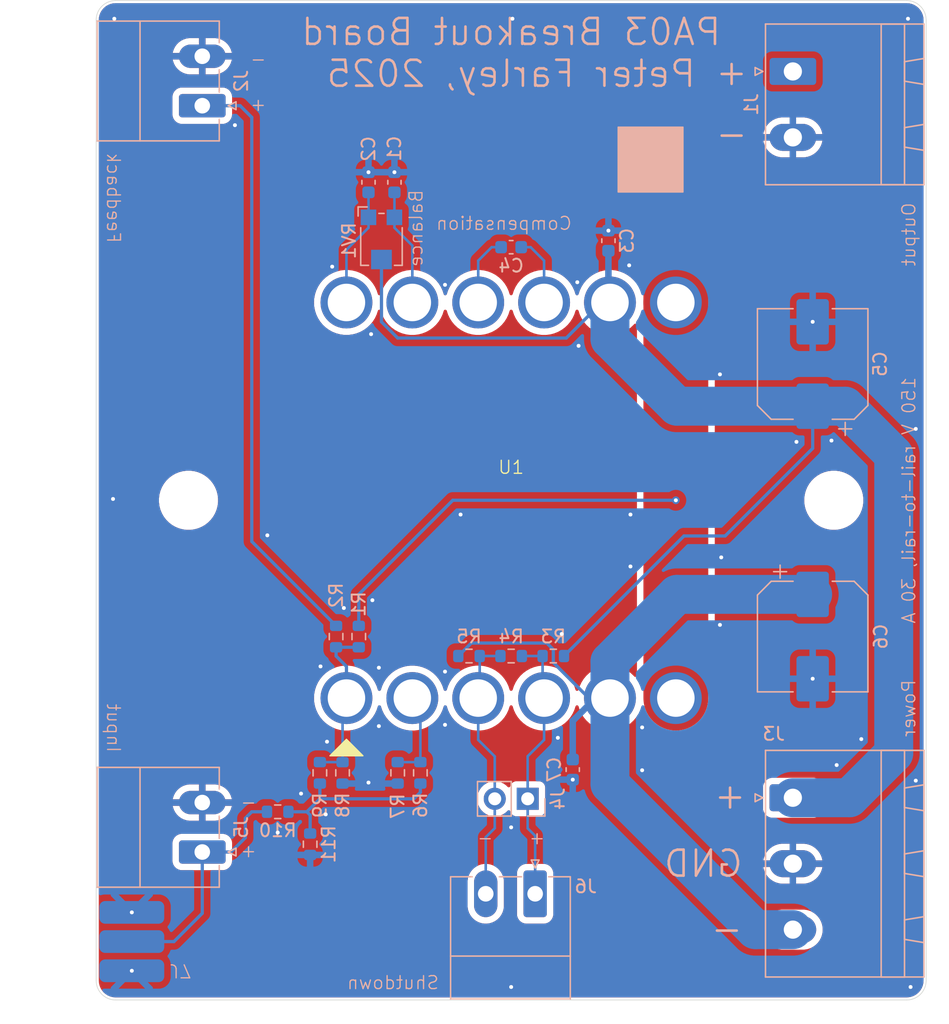
<source format=kicad_pcb>
(kicad_pcb (version 20240108) (generator "pcbnew") (generator_version "8.0")
  (title_block (title "PA03 Breakout Board") (date "2024-12-31") (rev "v1.0") (company "Peter Farley"))
  (layers (0 "F.Cu" signal) (31 "B.Cu" signal) (34 "B.Paste" user) (35 "F.Paste" user) (36 "B.SilkS" user "B.Silkscreen") (37 "F.SilkS" user "F.Silkscreen") (38 "B.Mask" user) (39 "F.Mask" user) (44 "Edge.Cuts" user))
  (net 0 "")
  (net 1 "GND")
  (net 2 "+VDC")
  (net 3 "-VDC")
  (net 4 "Net-(C5-Pad2)")
  (net 5 "Net-(C5-Pad1)")
  (net 6 "Net-(C6-Pad2)")
  (net 7 "Net-(C7-Pad2)")
  (net 8 "Net-(J1-Pin_1)")
  (net 9 "Net-(J1-Pin_2)")
  (net 10 "/OUT")
  (net 11 "/IN-")
  (net 12 "Net-(R10-Pad2)")
  (net 13 "/IN+")
  (net 14 "Net-(J2-In)")
  (net 15 "Net-(J7-Pin_1)")
  (footprint "Library:PA03" (layer "F.Cu") (at 148 77)
    (property "Reference" "U1" (at 0 -2.54 0) (layer "F.SilkS") (effects (font (thickness 0.1))))
    (property "Value" "PA03")
    (fp_poly (pts (xy -12.7 18.415) (xy -13.97 19.685) (xy -11.43 19.685)) (stroke (width 0.1)) (fill solid) (layer "F.SilkS"))
    (pad "" np_thru_hole circle (at -24.88 0) (size 4 4) (drill 4) (layers "F&B.Cu" "*.Mask"))
    (pad "" np_thru_hole circle (at 24.88 0) (size 4 4) (drill 4) (layers "F&B.Cu" "*.Mask"))
    (pad "1" thru_hole circle (at -12.7 15.24 90) (size 4 4) (drill 2.89) (layers "*.Cu" "*.Mask") (net 11 "/IN-"))
    (pad "2" thru_hole circle (at -7.62 15.24 90) (size 4 4) (drill 2.89) (layers "*.Cu" "*.Mask") (net 13 "/IN+"))
    (pad "3" thru_hole circle (at -2.54 15.24 90) (size 4 4) (drill 2.89) (layers "*.Cu" "*.Mask") (net 9 "Net-(J1-Pin_2)"))
    (pad "4" thru_hole circle (at 2.54 15.24 90) (size 4 4) (drill 2.89) (layers "*.Cu" "*.Mask") (net 8 "Net-(J1-Pin_1)"))
    (pad "5" thru_hole circle (at 7.62 15.24 90) (size 4 4) (drill 2.89) (layers "*.Cu" "*.Mask") (net 3 "-VDC"))
    (pad "6" thru_hole circle (at 12.7 15.24 90) (size 4 4) (drill 2.89) (layers "*.Cu" "*.Mask") (net 10 "/OUT"))
    (pad "7" thru_hole circle (at 12.7 -15.24 90) (size 4 4) (drill 2.89) (layers "*.Cu" "*.Mask") (net 10 "/OUT"))
    (pad "8" thru_hole circle (at 7.62 -15.24 90) (size 4 4) (drill 2.89) (layers "*.Cu" "*.Mask") (net 2 "+VDC"))
    (pad "9" thru_hole circle (at 2.54 -15.24 90) (size 4 4) (drill 2.89) (layers "*.Cu" "*.Mask") (net 4 "Net-(C5-Pad2)"))
    (pad "10" thru_hole circle (at -2.54 -15.24 90) (size 4 4) (drill 2.89) (layers "*.Cu" "*.Mask") (net 5 "Net-(C5-Pad1)"))
    (pad "11" thru_hole circle (at -7.62 -15.24 90) (size 4 4) (drill 2.89) (layers "*.Cu" "*.Mask") (net 7 "Net-(C7-Pad2)"))
    (pad "12" thru_hole circle (at -12.7 -15.24 90) (size 4 4) (drill 2.89) (layers "*.Cu" "*.Mask") (net 6 "Net-(C6-Pad2)"))
  )
  (footprint "Connector_Phoenix_MC:PhoenixContact_MC_1,5_2-G-3.81_1x02_P3.81mm_Horizontal" (layer "B.Cu") (at 124.1825 46.6 90)
    (property "Reference" "J2" (at 1.9 3 90) (layer "B.SilkS") (effects (justify mirror)))
    (property "Value" "Conn_01x02_Pin")
    (fp_line (start 6.52 -8.11) (end -2.71 -8.11) (stroke (width 0.12)) (layer "B.SilkS"))
    (fp_line (start -2.71 -8.11) (end -2.71 1.31) (stroke (width 0.12)) (layer "B.SilkS"))
    (fp_line (start 6.52 -4.8) (end -2.71 -4.8) (stroke (width 0.12)) (layer "B.SilkS"))
    (fp_line (start 6.52 1.31) (end 6.52 -8.11) (stroke (width 0.12)) (layer "B.SilkS"))
    (fp_line (start 4.86 1.31) (end 6.52 1.31) (stroke (width 0.12)) (layer "B.SilkS"))
    (fp_line (start 2.76 1.31) (end 1.05 1.31) (stroke (width 0.12)) (layer "B.SilkS"))
    (fp_line (start -1.05 1.31) (end -2.71 1.31) (stroke (width 0.12)) (layer "B.SilkS"))
    (fp_line (start 0 2) (end 0.3 2.6) (stroke (width 0.12)) (layer "B.SilkS"))
    (fp_line (start 0.3 2.6) (end -0.3 2.6) (stroke (width 0.12)) (layer "B.SilkS"))
    (fp_line (start -0.3 2.6) (end 0 2) (stroke (width 0.12)) (layer "B.SilkS"))
    (pad "1" thru_hole roundrect (at 0 0 90) (size 1.8 3.6) (drill 1.2) (layers "*.Cu" "*.Mask") (roundrect_rratio 0.138889) (net 15 "Net-(J7-Pin_1)"))
    (pad "2" thru_hole oval (at 3.81 0 90) (size 1.8 3.6) (drill 1.2) (layers "*.Cu" "*.Mask") (net 1 "GND"))
  )
  (footprint "Resistor_SMD:R_0603_1608Metric" (layer "B.Cu") (at 135 98 90)
    (property "Reference" "R8" (at -2.5 0 90) (layer "B.SilkS") (effects (justify mirror)))
    (property "Value" "~")
    (fp_line (start 0.237258 -0.5225) (end -0.237258 -0.5225) (stroke (width 0.12)) (layer "B.SilkS"))
    (fp_line (start 0.237258 0.5225) (end -0.237258 0.5225) (stroke (width 0.12)) (layer "B.SilkS"))
    (pad "1" smd roundrect (at -0.825 0 90) (size 0.8 0.95) (layers "B.Cu" "B.Paste" "B.Mask") (net 1 "GND"))
    (pad "2" smd roundrect (at 0.825 0 90) (size 0.8 0.95) (layers "B.Cu" "B.Paste" "B.Mask") (net 11 "/IN-"))
  )
  (footprint "Resistor_SMD:R_0603_1608Metric" (layer "B.Cu") (at 141 98 90)
    (property "Reference" "R6" (at -2.5 0 90) (layer "B.SilkS") (effects (justify mirror)))
    (property "Value" "~")
    (fp_line (start 0.237258 -0.5225) (end -0.237258 -0.5225) (stroke (width 0.12)) (layer "B.SilkS"))
    (fp_line (start 0.237258 0.5225) (end -0.237258 0.5225) (stroke (width 0.12)) (layer "B.SilkS"))
    (pad "1" smd roundrect (at -0.825 0 90) (size 0.8 0.95) (layers "B.Cu" "B.Paste" "B.Mask") (net 12 "Net-(R10-Pad2)"))
    (pad "2" smd roundrect (at 0.825 0 90) (size 0.8 0.95) (layers "B.Cu" "B.Paste" "B.Mask") (net 13 "/IN+"))
  )
  (footprint "Capacitor_SMD:C_0603_1608Metric" (layer "B.Cu") (at 137 52.5 -90)
    (property "Reference" "C2" (at -1.5 0 90) (layer "B.SilkS") (effects (justify right mirror)))
    (property "Value" "10n")
    (fp_line (start 0.14058 0.51) (end -0.14058 0.51) (stroke (width 0.12)) (layer "B.SilkS"))
    (fp_line (start 0.14058 -0.51) (end -0.14058 -0.51) (stroke (width 0.12)) (layer "B.SilkS"))
    (pad "1" smd roundrect (at -0.775 0 270) (size 0.9 0.95) (layers "B.Cu" "B.Paste" "B.Mask") (net 1 "GND"))
    (pad "2" smd roundrect (at 0.775 0 270) (size 0.9 0.95) (layers "B.Cu" "B.Paste" "B.Mask") (net 6 "Net-(C6-Pad2)"))
  )
  (footprint "Resistor_SMD:R_0603_1608Metric" (layer "B.Cu") (at 144.75 89)
    (property "Reference" "R5" (at 0 -1.5 0) (layer "B.SilkS") (effects (justify mirror)))
    (property "Value" "~")
    (fp_line (start 0.237258 -0.5225) (end -0.237258 -0.5225) (stroke (width 0.12)) (layer "B.SilkS"))
    (fp_line (start 0.237258 0.5225) (end -0.237258 0.5225) (stroke (width 0.12)) (layer "B.SilkS"))
    (pad "1" smd roundrect (at -0.825 0) (size 0.8 0.95) (layers "B.Cu" "B.Paste" "B.Mask") (net 3 "-VDC"))
    (pad "2" smd roundrect (at 0.825 0) (size 0.8 0.95) (layers "B.Cu" "B.Paste" "B.Mask") (net 9 "Net-(J1-Pin_2)"))
  )
  (footprint "Resistor_SMD:R_0603_1608Metric" (layer "B.Cu") (at 134.5 87.5 90)
    (property "Reference" "R2" (at 3.175 0 90) (layer "B.SilkS") (effects (justify mirror)))
    (property "Value" "~")
    (fp_line (start 0.237258 -0.5225) (end -0.237258 -0.5225) (stroke (width 0.12)) (layer "B.SilkS"))
    (fp_line (start 0.237258 0.5225) (end -0.237258 0.5225) (stroke (width 0.12)) (layer "B.SilkS"))
    (pad "1" smd roundrect (at -0.825 0 90) (size 0.8 0.95) (layers "B.Cu" "B.Paste" "B.Mask") (net 11 "/IN-"))
    (pad "2" smd roundrect (at 0.825 0 90) (size 0.8 0.95) (layers "B.Cu" "B.Paste" "B.Mask") (net 15 "Net-(J7-Pin_1)"))
  )
  (footprint "Resistor_SMD:R_0603_1608Metric" (layer "B.Cu") (at 132.5 103.5 90)
    (property "Reference" "R11" (at 0 1.43 90) (layer "B.SilkS") (effects (justify mirror)))
    (property "Value" "~")
    (fp_line (start 0.237258 -0.5225) (end -0.237258 -0.5225) (stroke (width 0.12)) (layer "B.SilkS"))
    (fp_line (start 0.237258 0.5225) (end -0.237258 0.5225) (stroke (width 0.12)) (layer "B.SilkS"))
    (pad "1" smd roundrect (at -0.825 0 90) (size 0.8 0.95) (layers "B.Cu" "B.Paste" "B.Mask") (net 1 "GND"))
    (pad "2" smd roundrect (at 0.825 0 90) (size 0.8 0.95) (layers "B.Cu" "B.Paste" "B.Mask") (net 12 "Net-(R10-Pad2)"))
  )
  (footprint "Resistor_SMD:R_0603_1608Metric" (layer "B.Cu") (at 151.25 89)
    (property "Reference" "R3" (at 0 -1.5 0) (layer "B.SilkS") (effects (justify mirror)))
    (property "Value" "~")
    (fp_line (start 0.237258 -0.5225) (end -0.237258 -0.5225) (stroke (width 0.12)) (layer "B.SilkS"))
    (fp_line (start 0.237258 0.5225) (end -0.237258 0.5225) (stroke (width 0.12)) (layer "B.SilkS"))
    (pad "1" smd roundrect (at -0.825 0) (size 0.8 0.95) (layers "B.Cu" "B.Paste" "B.Mask") (net 8 "Net-(J1-Pin_1)"))
    (pad "2" smd roundrect (at 0.825 0) (size 0.8 0.95) (layers "B.Cu" "B.Paste" "B.Mask") (net 2 "+VDC"))
  )
  (footprint "Connector_Phoenix_MC:PhoenixContact_MC_1,5_2-G-3.81_1x02_P3.81mm_Horizontal" (layer "B.Cu") (at 149.85 107.3175 180)
    (property "Reference" "J6" (at -3.9 0.5675 0) (layer "B.SilkS") (effects (justify mirror)))
    (property "Value" "Conn_01x02_Pin")
    (fp_line (start 6.52 1.31) (end 6.52 -8.11) (stroke (width 0.12)) (layer "B.SilkS"))
    (fp_line (start 6.52 -4.8) (end -2.71 -4.8) (stroke (width 0.12)) (layer "B.SilkS"))
    (fp_line (start 6.52 -8.11) (end -2.71 -8.11) (stroke (width 0.12)) (layer "B.SilkS"))
    (fp_line (start 4.86 1.31) (end 6.52 1.31) (stroke (width 0.12)) (layer "B.SilkS"))
    (fp_line (start 2.76 1.31) (end 1.05 1.31) (stroke (width 0.12)) (layer "B.SilkS"))
    (fp_line (start 0.3 2.6) (end -0.3 2.6) (stroke (width 0.12)) (layer "B.SilkS"))
    (fp_line (start 0 2) (end 0.3 2.6) (stroke (width 0.12)) (layer "B.SilkS"))
    (fp_line (start -0.3 2.6) (end 0 2) (stroke (width 0.12)) (layer "B.SilkS"))
    (fp_line (start -1.05 1.31) (end -2.71 1.31) (stroke (width 0.12)) (layer "B.SilkS"))
    (fp_line (start -2.71 -8.11) (end -2.71 1.31) (stroke (width 0.12)) (layer "B.SilkS"))
    (pad "1" thru_hole roundrect (at 0 0 180) (size 1.8 3.6) (drill 1.2) (layers "*.Cu" "*.Mask") (roundrect_rratio 0.138889) (net 8 "Net-(J1-Pin_1)"))
    (pad "2" thru_hole oval (at 3.81 0 180) (size 1.8 3.6) (drill 1.2) (layers "*.Cu" "*.Mask") (net 9 "Net-(J1-Pin_2)"))
  )
  (footprint "Capacitor_SMD:C_0603_1608Metric" (layer "B.Cu") (at 139 52.5 -90)
    (property "Reference" "C1" (at -1.525 0 90) (layer "B.SilkS") (effects (justify right mirror)))
    (property "Value" "10n")
    (fp_line (start 0.14058 0.51) (end -0.14058 0.51) (stroke (width 0.12)) (layer "B.SilkS"))
    (fp_line (start 0.14058 -0.51) (end -0.14058 -0.51) (stroke (width 0.12)) (layer "B.SilkS"))
    (pad "1" smd roundrect (at -0.775 0 270) (size 0.9 0.95) (layers "B.Cu" "B.Paste" "B.Mask") (net 1 "GND"))
    (pad "2" smd roundrect (at 0.775 0 270) (size 0.9 0.95) (layers "B.Cu" "B.Paste" "B.Mask") (net 7 "Net-(C7-Pad2)"))
  )
  (footprint "Resistor_SMD:R_0603_1608Metric" (layer "B.Cu") (at 130 101)
    (property "Reference" "R10" (at 0 1.43 0) (layer "B.SilkS") (effects (justify mirror)))
    (property "Value" "~")
    (fp_line (start 0.237258 -0.5225) (end -0.237258 -0.5225) (stroke (width 0.12)) (layer "B.SilkS"))
    (fp_line (start 0.237258 0.5225) (end -0.237258 0.5225) (stroke (width 0.12)) (layer "B.SilkS"))
    (pad "1" smd roundrect (at -0.825 0) (size 0.8 0.95) (layers "B.Cu" "B.Paste" "B.Mask") (net 14 "Net-(J2-In)"))
    (pad "2" smd roundrect (at 0.825 0) (size 0.8 0.95) (layers "B.Cu" "B.Paste" "B.Mask") (net 12 "Net-(R10-Pad2)"))
  )
  (footprint "Capacitor_SMD:CP_Elec_8x10" (layer "B.Cu") (at 171.25 87.5 -90)
    (property "Reference" "C6" (at 0 -5.25 90) (layer "B.SilkS") (effects (justify mirror)))
    (property "Value" "47u")
    (fp_line (start -3.195563 4.26) (end -4.26 3.195563) (stroke (width 0.12)) (layer "B.SilkS"))
    (fp_line (start 4.26 4.26) (end -3.195563 4.26) (stroke (width 0.12)) (layer "B.SilkS"))
    (fp_line (start -4.5 2.51) (end -5.5 2.51) (stroke (width 0.12)) (layer "B.SilkS"))
    (fp_line (start -5 2.01) (end -5 3.01) (stroke (width 0.12)) (layer "B.SilkS"))
    (fp_line (start -4.26 1.51) (end -4.26 3.195563) (stroke (width 0.12)) (layer "B.SilkS"))
    (fp_line (start 4.26 1.51) (end 4.26 4.26) (stroke (width 0.12)) (layer "B.SilkS"))
    (fp_line (start -4.26 -1.51) (end -4.26 -3.195563) (stroke (width 0.12)) (layer "B.SilkS"))
    (fp_line (start 4.26 -1.51) (end 4.26 -4.26) (stroke (width 0.12)) (layer "B.SilkS"))
    (fp_line (start -3.195563 -4.26) (end -4.26 -3.195563) (stroke (width 0.12)) (layer "B.SilkS"))
    (fp_line (start 4.26 -4.26) (end -3.195563 -4.26) (stroke (width 0.12)) (layer "B.SilkS"))
    (pad "1" smd roundrect (at -3.25 0 270) (size 3.5 2.5) (layers "B.Cu" "B.Paste" "B.Mask") (roundrect_rratio 0.1) (net 3 "-VDC"))
    (pad "2" smd roundrect (at 3.25 0 270) (size 3.5 2.5) (layers "B.Cu" "B.Paste" "B.Mask") (roundrect_rratio 0.1) (net 1 "GND"))
  )
  (footprint "Capacitor_SMD:C_0603_1608Metric" (layer "B.Cu") (at 152.75 97.75 -90)
    (property "Reference" "C7" (at 0 1.43 90) (layer "B.SilkS") (effects (justify mirror)))
    (property "Value" "100n")
    (fp_line (start 0.14058 0.51) (end -0.14058 0.51) (stroke (width 0.12)) (layer "B.SilkS"))
    (fp_line (start 0.14058 -0.51) (end -0.14058 -0.51) (stroke (width 0.12)) (layer "B.SilkS"))
    (pad "1" smd roundrect (at -0.775 0 270) (size 0.9 0.95) (layers "B.Cu" "B.Paste" "B.Mask") (net 3 "-VDC"))
    (pad "2" smd roundrect (at 0.775 0 270) (size 0.9 0.95) (layers "B.Cu" "B.Paste" "B.Mask") (net 1 "GND"))
  )
  (footprint "Library:Generic_SMA_BoardEdge" (layer "B.Cu") (at 118.75 111)
    (property "Reference" "J7" (at 3.75 2.25 180) (layer "B.SilkS") (effects (font (thickness 0.1)) (justify mirror)))
    (property "Value" "Conn_Coaxial_Small")
    (pad "1" smd roundrect (at 0 0) (size 5 1.75) (layers "B.Cu" "B.Paste" "B.Mask") (net 14 "Net-(J2-In)"))
    (pad "2" smd roundrect (at 0 -2.25) (size 5 1.75) (layers "B.Cu" "B.Paste" "B.Mask") (net 1 "GND"))
    (pad "2" smd roundrect (at 0 2.25) (size 5 1.75) (layers "B.Cu" "B.Paste" "B.Mask") (net 1 "GND"))
  )
  (footprint "Capacitor_SMD:C_0603_1608Metric" (layer "B.Cu") (at 148 57.5)
    (property "Reference" "C4" (at 0 1.43 0) (layer "B.SilkS") (effects (justify mirror)))
    (property "Value" "470p")
    (fp_line (start 0.14058 -0.51) (end -0.14058 -0.51) (stroke (width 0.12)) (layer "B.SilkS"))
    (fp_line (start 0.14058 0.51) (end -0.14058 0.51) (stroke (width 0.12)) (layer "B.SilkS"))
    (pad "1" smd roundrect (at -0.775 0) (size 0.9 0.95) (layers "B.Cu" "B.Paste" "B.Mask") (net 5 "Net-(C5-Pad1)"))
    (pad "2" smd roundrect (at 0.775 0) (size 0.9 0.95) (layers "B.Cu" "B.Paste" "B.Mask") (net 4 "Net-(C5-Pad2)"))
  )
  (footprint "Connector_Phoenix_MSTB:PhoenixContact_MSTBA_2,5_2-G-5,08_1x02_P5.08mm_Horizontal" (layer "B.Cu") (at 169.7225 43.96 -90)
    (property "Reference" "J1" (at 2.54 3.2 90) (layer "B.SilkS") (effects (justify mirror)))
    (property "Value" "Conn_01x02_Socket")
    (fp_line (start -0.3 2.91) (end 0 2.31) (stroke (width 0.12)) (layer "B.SilkS"))
    (fp_line (start 0.3 2.91) (end -0.3 2.91) (stroke (width 0.12)) (layer "B.SilkS"))
    (fp_line (start 0 2.31) (end 0.3 2.91) (stroke (width 0.12)) (layer "B.SilkS"))
    (fp_line (start -3.65 2.11) (end 8.73 2.11) (stroke (width 0.12)) (layer "B.SilkS"))
    (fp_line (start 8.73 2.11) (end 8.73 -10.11) (stroke (width 0.12)) (layer "B.SilkS"))
    (fp_line (start -3.65 -6.81) (end -3.65 -8.61) (stroke (width 0.12)) (layer "B.SilkS"))
    (fp_line (start 8.73 -6.81) (end -3.65 -6.81) (stroke (width 0.12)) (layer "B.SilkS"))
    (fp_line (start -3.65 -8.61) (end 8.73 -8.61) (stroke (width 0.12)) (layer "B.SilkS"))
    (fp_line (start -0.75 -8.61) (end 0.75 -8.61) (stroke (width 0.12)) (layer "B.SilkS"))
    (fp_line (start 0.75 -8.61) (end 1 -10.11) (stroke (width 0.12)) (layer "B.SilkS"))
    (fp_line (start 4.33 -8.61) (end 5.83 -8.61) (stroke (width 0.12)) (layer "B.SilkS"))
    (fp_line (start 5.83 -8.61) (end 6.08 -10.11) (stroke (width 0.12)) (layer "B.SilkS"))
    (fp_line (start 8.73 -8.61) (end 8.73 -6.81) (stroke (width 0.12)) (layer "B.SilkS"))
    (fp_line (start -3.65 -10.11) (end -3.65 2.11) (stroke (width 0.12)) (layer "B.SilkS"))
    (fp_line (start -1 -10.11) (end -0.75 -8.61) (stroke (width 0.12)) (layer "B.SilkS"))
    (fp_line (start 1 -10.11) (end -1 -10.11) (stroke (width 0.12)) (layer "B.SilkS"))
    (fp_line (start 4.08 -10.11) (end 4.33 -8.61) (stroke (width 0.12)) (layer "B.SilkS"))
    (fp_line (start 6.08 -10.11) (end 4.08 -10.11) (stroke (width 0.12)) (layer "B.SilkS"))
    (fp_line (start 8.73 -10.11) (end -3.65 -10.11) (stroke (width 0.12)) (layer "B.SilkS"))
    (pad "1" thru_hole roundrect (at 0 0 270) (size 2.08 3.6) (drill 1.4) (layers "*.Cu" "*.Mask") (roundrect_rratio 0.120192) (net 10 "/OUT"))
    (pad "2" thru_hole oval (at 5.08 0 270) (size 2.08 3.6) (drill 1.4) (layers "*.Cu" "*.Mask") (net 1 "GND"))
  )
  (footprint "Capacitor_SMD:C_0603_1608Metric" (layer "B.Cu") (at 155.5 57 90)
    (property "Reference" "C3" (at 0 1.43 90) (layer "B.SilkS") (effects (justify mirror)))
    (property "Value" "100n")
    (fp_line (start 0.14058 -0.51) (end -0.14058 -0.51) (stroke (width 0.12)) (layer "B.SilkS"))
    (fp_line (start 0.14058 0.51) (end -0.14058 0.51) (stroke (width 0.12)) (layer "B.SilkS"))
    (pad "1" smd roundrect (at -0.775 0 90) (size 0.9 0.95) (layers "B.Cu" "B.Paste" "B.Mask") (net 2 "+VDC"))
    (pad "2" smd roundrect (at 0.775 0 90) (size 0.9 0.95) (layers "B.Cu" "B.Paste" "B.Mask") (net 1 "GND"))
  )
  (footprint "Connector_Phoenix_MC:PhoenixContact_MC_1,5_2-G-3.81_1x02_P3.81mm_Horizontal" (layer "B.Cu") (at 124.1825 104.1 90)
    (property "Reference" "J5" (at 1.9 3 90) (layer "B.SilkS") (effects (justify mirror)))
    (property "Value" "Conn_01x02_Pin")
    (fp_line (start 6.52 -8.11) (end -2.71 -8.11) (stroke (width 0.12)) (layer "B.SilkS"))
    (fp_line (start -2.71 -8.11) (end -2.71 1.31) (stroke (width 0.12)) (layer "B.SilkS"))
    (fp_line (start 6.52 -4.8) (end -2.71 -4.8) (stroke (width 0.12)) (layer "B.SilkS"))
    (fp_line (start 6.52 1.31) (end 6.52 -8.11) (stroke (width 0.12)) (layer "B.SilkS"))
    (fp_line (start 4.86 1.31) (end 6.52 1.31) (stroke (width 0.12)) (layer "B.SilkS"))
    (fp_line (start 2.76 1.31) (end 1.05 1.31) (stroke (width 0.12)) (layer "B.SilkS"))
    (fp_line (start -1.05 1.31) (end -2.71 1.31) (stroke (width 0.12)) (layer "B.SilkS"))
    (fp_line (start 0 2) (end 0.3 2.6) (stroke (width 0.12)) (layer "B.SilkS"))
    (fp_line (start 0.3 2.6) (end -0.3 2.6) (stroke (width 0.12)) (layer "B.SilkS"))
    (fp_line (start -0.3 2.6) (end 0 2) (stroke (width 0.12)) (layer "B.SilkS"))
    (pad "1" thru_hole roundrect (at 0 0 90) (size 1.8 3.6) (drill 1.2) (layers "*.Cu" "*.Mask") (roundrect_rratio 0.138889) (net 14 "Net-(J2-In)"))
    (pad "2" thru_hole oval (at 3.81 0 90) (size 1.8 3.6) (drill 1.2) (layers "*.Cu" "*.Mask") (net 1 "GND"))
  )
  (footprint "Potentiometer_SMD:Potentiometer_Bourns_TC33X_Vertical" (layer "B.Cu") (at 138 57 -90)
    (property "Reference" "RV1" (at 0 2.5 90) (layer "B.SilkS") (effects (justify mirror)))
    (property "Value" "100")
    (fp_line (start -2.6 1.8) (end -1.9 1.8) (stroke (width 0.12)) (layer "B.SilkS"))
    (fp_line (start 1.9 1.6) (end -1 1.6) (stroke (width 0.12)) (layer "B.SilkS"))
    (fp_line (start -2.6 1.1) (end -2.6 1.8) (stroke (width 0.12)) (layer "B.SilkS"))
    (fp_line (start 1.9 1) (end 1.9 1.6) (stroke (width 0.12)) (layer "B.SilkS"))
    (fp_line (start -2.1 -0.2) (end -2.1 0.2) (stroke (width 0.12)) (layer "B.SilkS"))
    (fp_line (start 1.9 -1) (end 1.9 -1.6) (stroke (width 0.12)) (layer "B.SilkS"))
    (fp_line (start 1.9 -1.6) (end -1 -1.6) (stroke (width 0.12)) (layer "B.SilkS"))
    (pad "1" smd rect (at -1.8 1 270) (size 1.2 1.2) (layers "B.Cu" "B.Paste" "B.Mask") (net 6 "Net-(C6-Pad2)"))
    (pad "2" smd rect (at 1.45 0 270) (size 1.5 1.6) (layers "B.Cu" "B.Paste" "B.Mask") (net 2 "+VDC"))
    (pad "3" smd rect (at -1.8 -1 270) (size 1.2 1.2) (layers "B.Cu" "B.Paste" "B.Mask") (net 7 "Net-(C7-Pad2)"))
  )
  (footprint "Resistor_SMD:R_0603_1608Metric" (layer "B.Cu") (at 148 89)
    (property "Reference" "R4" (at 0 -1.5 0) (layer "B.SilkS") (effects (justify mirror)))
    (property "Value" "0")
    (fp_line (start 0.237258 -0.5225) (end -0.237258 -0.5225) (stroke (width 0.12)) (layer "B.SilkS"))
    (fp_line (start 0.237258 0.5225) (end -0.237258 0.5225) (stroke (width 0.12)) (layer "B.SilkS"))
    (pad "1" smd roundrect (at -0.825 0) (size 0.8 0.95) (layers "B.Cu" "B.Paste" "B.Mask") (net 9 "Net-(J1-Pin_2)"))
    (pad "2" smd roundrect (at 0.825 0) (size 0.8 0.95) (layers "B.Cu" "B.Paste" "B.Mask") (net 8 "Net-(J1-Pin_1)"))
  )
  (footprint "Connector_Phoenix_MSTB:PhoenixContact_MSTBA_2,5_3-G-5,08_1x03_P5.08mm_Horizontal" (layer "B.Cu") (at 169.7225 99.92 -90)
    (property "Reference" "J3" (at -4.92 1.4725 0) (layer "B.SilkS") (effects (justify mirror)))
    (property "Value" "Conn_01x03_Socket")
    (fp_line (start -0.3 2.91) (end 0 2.31) (stroke (width 0.12)) (layer "B.SilkS"))
    (fp_line (start 0.3 2.91) (end -0.3 2.91) (stroke (width 0.12)) (layer "B.SilkS"))
    (fp_line (start 0 2.31) (end 0.3 2.91) (stroke (width 0.12)) (layer "B.SilkS"))
    (fp_line (start -3.65 2.11) (end 13.81 2.11) (stroke (width 0.12)) (layer "B.SilkS"))
    (fp_line (start 13.81 2.11) (end 13.81 -10.11) (stroke (width 0.12)) (layer "B.SilkS"))
    (fp_line (start -3.65 -6.81) (end -3.65 -8.61) (stroke (width 0.12)) (layer "B.SilkS"))
    (fp_line (start 13.81 -6.81) (end -3.65 -6.81) (stroke (width 0.12)) (layer "B.SilkS"))
    (fp_line (start -3.65 -8.61) (end 13.81 -8.61) (stroke (width 0.12)) (layer "B.SilkS"))
    (fp_line (start -0.75 -8.61) (end 0.75 -8.61) (stroke (width 0.12)) (layer "B.SilkS"))
    (fp_line (start 0.75 -8.61) (end 1 -10.11) (stroke (width 0.12)) (layer "B.SilkS"))
    (fp_line (start 4.33 -8.61) (end 5.83 -8.61) (stroke (width 0.12)) (layer "B.SilkS"))
    (fp_line (start 5.83 -8.61) (end 6.08 -10.11) (stroke (width 0.12)) (layer "B.SilkS"))
    (fp_line (start 9.41 -8.61) (end 10.91 -8.61) (stroke (width 0.12)) (layer "B.SilkS"))
    (fp_line (start 10.91 -8.61) (end 11.16 -10.11) (stroke (width 0.12)) (layer "B.SilkS"))
    (fp_line (start 13.81 -8.61) (end 13.81 -6.81) (stroke (width 0.12)) (layer "B.SilkS"))
    (fp_line (start -3.65 -10.11) (end -3.65 2.11) (stroke (width 0.12)) (layer "B.SilkS"))
    (fp_line (start -1 -10.11) (end -0.75 -8.61) (stroke (width 0.12)) (layer "B.SilkS"))
    (fp_line (start 1 -10.11) (end -1 -10.11) (stroke (width 0.12)) (layer "B.SilkS"))
    (fp_line (start 4.08 -10.11) (end 4.33 -8.61) (stroke (width 0.12)) (layer "B.SilkS"))
    (fp_line (start 6.08 -10.11) (end 4.08 -10.11) (stroke (width 0.12)) (layer "B.SilkS"))
    (fp_line (start 9.16 -10.11) (end 9.41 -8.61) (stroke (width 0.12)) (layer "B.SilkS"))
    (fp_line (start 11.16 -10.11) (end 9.16 -10.11) (stroke (width 0.12)) (layer "B.SilkS"))
    (fp_line (start 13.81 -10.11) (end -3.65 -10.11) (stroke (width 0.12)) (layer "B.SilkS"))
    (pad "1" thru_hole roundrect (at 0 0 270) (size 2.08 3.6) (drill 1.4) (layers "*.Cu" "*.Mask") (roundrect_rratio 0.120192) (net 2 "+VDC"))
    (pad "2" thru_hole oval (at 5.08 0 270) (size 2.08 3.6) (drill 1.4) (layers "*.Cu" "*.Mask") (net 1 "GND"))
    (pad "3" thru_hole oval (at 10.16 0 270) (size 2.08 3.6) (drill 1.4) (layers "*.Cu" "*.Mask") (net 3 "-VDC"))
  )
  (footprint "Connector_PinHeader_2.54mm:PinHeader_1x02_P2.54mm_Vertical" (layer "B.Cu") (at 149.275 100 90)
    (property "Reference" "J4" (at 0 2.33 90) (layer "B.SilkS") (effects (justify mirror)))
    (property "Value" "Conn_01x02_Pin")
    (fp_line (start 1.33 -3.87) (end -1.33 -3.87) (stroke (width 0.12)) (layer "B.SilkS"))
    (fp_line (start 1.33 -3.87) (end 1.33 -1.27) (stroke (width 0.12)) (layer "B.SilkS"))
    (fp_line (start -1.33 -3.87) (end -1.33 -1.27) (stroke (width 0.12)) (layer "B.SilkS"))
    (fp_line (start 1.33 -1.27) (end -1.33 -1.27) (stroke (width 0.12)) (layer "B.SilkS"))
    (fp_line (start 0 1.33) (end -1.33 1.33) (stroke (width 0.12)) (layer "B.SilkS"))
    (fp_line (start -1.33 1.33) (end -1.33 0) (stroke (width 0.12)) (layer "B.SilkS"))
    (pad "1" thru_hole rect (at 0 0 90) (size 1.7 1.7) (drill 1) (layers "*.Cu" "*.Mask") (net 8 "Net-(J1-Pin_1)"))
    (pad "2" thru_hole oval (at 0 -2.54 90) (size 1.7 1.7) (drill 1) (layers "*.Cu" "*.Mask") (net 9 "Net-(J1-Pin_2)"))
  )
  (footprint "Resistor_SMD:R_0603_1608Metric" (layer "B.Cu") (at 136.25 87.5 90)
    (property "Reference" "R1" (at 2.5 0 90) (layer "B.SilkS") (effects (justify mirror)))
    (property "Value" "~")
    (fp_line (start 0.237258 -0.5225) (end -0.237258 -0.5225) (stroke (width 0.12)) (layer "B.SilkS"))
    (fp_line (start 0.237258 0.5225) (end -0.237258 0.5225) (stroke (width 0.12)) (layer "B.SilkS"))
    (pad "1" smd roundrect (at -0.825 0 90) (size 0.8 0.95) (layers "B.Cu" "B.Paste" "B.Mask") (net 11 "/IN-"))
    (pad "2" smd roundrect (at 0.825 0 90) (size 0.8 0.95) (layers "B.Cu" "B.Paste" "B.Mask") (net 10 "/OUT"))
  )
  (footprint "Resistor_SMD:R_0603_1608Metric" (layer "B.Cu") (at 139.25 98 90)
    (property "Reference" "R7" (at -2.575 0 90) (layer "B.SilkS") (effects (justify mirror)))
    (property "Value" "~")
    (fp_line (start 0.237258 -0.5225) (end -0.237258 -0.5225) (stroke (width 0.12)) (layer "B.SilkS"))
    (fp_line (start 0.237258 0.5225) (end -0.237258 0.5225) (stroke (width 0.12)) (layer "B.SilkS"))
    (pad "1" smd roundrect (at -0.825 0 90) (size 0.8 0.95) (layers "B.Cu" "B.Paste" "B.Mask") (net 1 "GND"))
    (pad "2" smd roundrect (at 0.825 0 90) (size 0.8 0.95) (layers "B.Cu" "B.Paste" "B.Mask") (net 13 "/IN+"))
  )
  (footprint "Capacitor_SMD:CP_Elec_8x10" (layer "B.Cu") (at 171.25 66.5 90)
    (property "Reference" "C5" (at 0 5.2 90) (layer "B.SilkS") (effects (justify mirror)))
    (property "Value" "47u")
    (fp_line (start 4.26 -4.26) (end -3.195563 -4.26) (stroke (width 0.12)) (layer "B.SilkS"))
    (fp_line (start -3.195563 -4.26) (end -4.26 -3.195563) (stroke (width 0.12)) (layer "B.SilkS"))
    (fp_line (start 4.26 -1.51) (end 4.26 -4.26) (stroke (width 0.12)) (layer "B.SilkS"))
    (fp_line (start -4.26 -1.51) (end -4.26 -3.195563) (stroke (width 0.12)) (layer "B.SilkS"))
    (fp_line (start 4.26 1.51) (end 4.26 4.26) (stroke (width 0.12)) (layer "B.SilkS"))
    (fp_line (start -4.26 1.51) (end -4.26 3.195563) (stroke (width 0.12)) (layer "B.SilkS"))
    (fp_line (start -5 2.01) (end -5 3.01) (stroke (width 0.12)) (layer "B.SilkS"))
    (fp_line (start -4.5 2.51) (end -5.5 2.51) (stroke (width 0.12)) (layer "B.SilkS"))
    (fp_line (start 4.26 4.26) (end -3.195563 4.26) (stroke (width 0.12)) (layer "B.SilkS"))
    (fp_line (start -3.195563 4.26) (end -4.26 3.195563) (stroke (width 0.12)) (layer "B.SilkS"))
    (pad "1" smd roundrect (at -3.25 0 90) (size 3.5 2.5) (layers "B.Cu" "B.Paste" "B.Mask") (roundrect_rratio 0.1) (net 2 "+VDC"))
    (pad "2" smd roundrect (at 3.25 0 90) (size 3.5 2.5) (layers "B.Cu" "B.Paste" "B.Mask") (roundrect_rratio 0.1) (net 1 "GND"))
  )
  (footprint "Resistor_SMD:R_0603_1608Metric" (layer "B.Cu") (at 133.25 98 90)
    (property "Reference" "R9" (at -2.5 0 90) (layer "B.SilkS") (effects (justify mirror)))
    (property "Value" "~")
    (fp_line (start 0.237258 -0.5225) (end -0.237258 -0.5225) (stroke (width 0.12)) (layer "B.SilkS"))
    (fp_line (start 0.237258 0.5225) (end -0.237258 0.5225) (stroke (width 0.12)) (layer "B.SilkS"))
    (pad "1" smd roundrect (at -0.825 0 90) (size 0.8 0.95) (layers "B.Cu" "B.Paste" "B.Mask") (net 12 "Net-(R10-Pad2)"))
    (pad "2" smd roundrect (at 0.825 0 90) (size 0.8 0.95) (layers "B.Cu" "B.Paste" "B.Mask") (net 11 "/IN-"))
  )
  (gr_rect (start 156.25 48.25) (end 161.25 53.25) (stroke (width 0.1)) (fill solid) (layer "B.SilkS"))
  (gr_arc (start 180 114) (mid 179.56066 115.06066) (end 178.5 115.5) (stroke (width 0.05)) (layer "Edge.Cuts"))
  (gr_line (start 116 40) (end 116 114) (stroke (width 0.05)) (layer "Edge.Cuts"))
  (gr_line (start 180 114) (end 180 40) (stroke (width 0.05)) (layer "Edge.Cuts"))
  (gr_arc (start 178.5 38.5) (mid 179.56066 38.93934) (end 180 40) (stroke (width 0.05)) (layer "Edge.Cuts"))
  (gr_line (start 178.5 38.5) (end 117.5 38.5) (stroke (width 0.05)) (layer "Edge.Cuts"))
  (gr_line (start 117.5 115.5) (end 178.5 115.5) (stroke (width 0.05)) (layer "Edge.Cuts"))
  (gr_arc (start 117.5 115.5) (mid 116.43934 115.06066) (end 116 114) (stroke (width 0.05)) (layer "Edge.Cuts"))
  (gr_arc (start 116 40) (mid 116.43934 38.93934) (end 117.5 38.5) (stroke (width 0.05)) (layer "Edge.Cuts"))
  (gr_text "Output" (at 179.25 54 90) (layer "B.SilkS") (effects (font (size 1 1) (thickness 0.1)) (justify left bottom mirror)))
  (gr_text "Input" (at 116.75 96.5 -90) (layer "B.SilkS") (effects (font (size 1 1) (thickness 0.1)) (justify left bottom mirror)))
  (gr_text "150 V rail-to-rail, 30 A" (at 179.25 77 90) (layer "B.SilkS") (effects (font (size 1 1) (thickness 0.1)) (justify bottom mirror)))
  (gr_text "+" (at 166.25 99.75 0) (layer "B.SilkS") (effects (font (size 2 2) (thickness 0.2)) (justify left mirror)))
  (gr_text "-" (at 166 110 0) (layer "B.SilkS") (effects (font (size 2 2) (thickness 0.2)) (justify left mirror)))
  (gr_text "+" (at 127.75 104 0) (layer "B.SilkS") (effects (font (size 1 1) (thickness 0.1)) (justify mirror)))
  (gr_text "PA03 Breakout Board\nPeter Farley, 2025" (at 148 39.75 0) (layer "B.SilkS") (effects (font (size 2 2) (thickness 0.2)) (justify top mirror)))
  (gr_text "Shutdown" (at 142.5 114.75 0) (layer "B.SilkS") (effects (font (size 1 1) (thickness 0.1)) (justify left bottom mirror)))
  (gr_text "-" (at 128.5 43 0) (layer "B.SilkS") (effects (font (size 1 1) (thickness 0.1)) (justify mirror)))
  (gr_text "Balance" (at 141.25 53 90) (layer "B.SilkS") (effects (font (size 1 1) (thickness 0.1)) (justify left bottom mirror)))
  (gr_text "+" (at 165 44 0) (layer "B.SilkS") (effects (font (size 2 2) (thickness 0.2)) (justify mirror)))
  (gr_text "Power" (at 179.25 90.75 90) (layer "B.SilkS") (effects (font (size 1 1) (thickness 0.1)) (justify left bottom mirror)))
  (gr_text "-" (at 165 48.75 0) (layer "B.SilkS") (effects (font (size 2 2) (thickness 0.2)) (justify mirror)))
  (gr_text "Compensation" (at 152.75 56.25 0) (layer "B.SilkS") (effects (font (size 1 1) (thickness 0.1)) (justify left bottom mirror)))
  (gr_text "GND" (at 166 105 0) (layer "B.SilkS") (effects (font (size 2 2) (thickness 0.2)) (justify left mirror)))
  (gr_text "Feedback" (at 116.75 57.25 -90) (layer "B.SilkS") (effects (font (size 1 1) (thickness 0.1)) (justify left bottom mirror)))
  (gr_text "+" (at 128.5 46.5 0) (layer "B.SilkS") (effects (font (size 1 1) (thickness 0.1)) (justify mirror)))
  (gr_text "+" (at 150 103 0) (layer "B.SilkS") (effects (font (size 1 1) (thickness 0.1)) (justify mirror)))
  (gr_text "-" (at 146 103 0) (layer "B.SilkS") (effects (font (size 1 1) (thickness 0.1)) (justify mirror)))
  (gr_text "-" (at 127.75 100.25 0) (layer "B.SilkS") (effects (font (size 1 1) (thickness 0.1)) (justify mirror)))
  (via (at 129.2 79.7) (size 0.6) (drill 0.3) (layers "F.Cu" "B.Cu") (net 1))
  (via (at 148 114.5) (size 0.6) (drill 0.3) (layers "F.Cu" "B.Cu") (net 1))
  (via (at 137 98.75) (size 0.6) (drill 0.3) (layers "F.Cu" "B.Cu") (net 1))
  (via (at 151.6 95.3) (size 0.6) (drill 0.3) (layers "F.Cu" "B.Cu") (net 1))
  (via (at 144.1 78.1) (size 0.6) (drill 0.3) (layers "F.Cu" "B.Cu") (net 1))
  (via (at 157.1 58.9) (size 0.6) (drill 0.3) (layers "F.Cu" "B.Cu") (net 1))
  (via (at 133.3 89.8) (size 0.6) (drill 0.3) (layers "F.Cu" "B.Cu") (net 1))
  (via (at 179.2 98.6) (size 0.6) (drill 0.3) (layers "F.Cu" "B.Cu") (net 1))
  (via (at 133.8 95.6) (size 0.6) (drill 0.3) (layers "F.Cu" "B.Cu") (net 1))
  (via (at 171.25 63.25) (size 0.6) (drill 0.3) (layers "F.Cu" "B.Cu") (net 1))
  (via (at 157.2 78.1) (size 0.6) (drill 0.3) (layers "F.Cu" "B.Cu") (net 1))
  (via (at 135.1 85.3) (size 0.6) (drill 0.3) (layers "F.Cu" "B.Cu") (net 1))
  (via (at 118.75 113.25) (size 0.6) (drill 0.3) (layers "F.Cu" "B.Cu") (net 1))
  (via (at 164.2 81.4) (size 0.6) (drill 0.3) (layers "F.Cu" "B.Cu") (net 1))
  (via (at 173.1 97.4) (size 0.6) (drill 0.3) (layers "F.Cu" "B.Cu") (net 1))
  (via (at 137.2 64.2) (size 0.6) (drill 0.3) (layers "F.Cu" "B.Cu") (net 1))
  (via (at 164.1 67.3) (size 0.6) (drill 0.3) (layers "F.Cu" "B.Cu") (net 1))
  (via (at 117.4 39.9) (size 0.6) (drill 0.3) (layers "F.Cu" "B.Cu") (net 1))
  (via (at 179.2 71.5) (size 0.6) (drill 0.3) (layers "F.Cu" "B.Cu") (net 1))
  (via (at 137.8 94.4) (size 0.6) (drill 0.3) (layers "F.Cu" "B.Cu") (net 1))
  (via (at 142.9 60.4) (size 0.6) (drill 0.3) (layers "F.Cu" "B.Cu") (net 1))
  (via (at 131.8 99.6) (size 0.6) (drill 0.3) (layers "F.Cu" "B.Cu") (net 1))
  (via (at 126.7 48.1) (size 0.6) (drill 0.3) (layers "F.Cu" "B.Cu") (net 1))
  (via (at 178.8 114.5) (size 0.6) (drill 0.3) (layers "F.Cu" "B.Cu") (net 1))
  (via (at 178.6 39.9) (size 0.6) (drill 0.3) (layers "F.Cu" "B.Cu") (net 1))
  (via (at 133.7 101.2) (size 0.6) (drill 0.3) (layers "F.Cu" "B.Cu") (net 1))
  (via (at 139 51.725) (size 0.6) (drill 0.3) (layers "F.Cu" "B.Cu") (net 1))
  (via (at 155.5 56.225) (size 0.6) (drill 0.3) (layers "F.Cu" "B.Cu") (net 1))
  (via (at 152.75 98.525) (size 0.6) (drill 0.3) (layers "F.Cu" "B.Cu") (net 1))
  (via (at 158.1 97.8) (size 0.6) (drill 0.3) (layers "F.Cu" "B.Cu") (net 1))
  (via (at 134.2 59) (size 0.6) (drill 0.3) (layers "F.Cu" "B.Cu") (net 1))
  (via (at 130 102.6) (size 0.6) (drill 0.3) (layers "F.Cu" "B.Cu") (net 1))
  (via (at 164.1 86.6) (size 0.6) (drill 0.3) (layers "F.Cu" "B.Cu") (net 1))
  (via (at 172.7 72.4) (size 0.6) (drill 0.3) (layers "F.Cu" "B.Cu") (net 1))
  (via (at 118.75 108.75) (size 0.6) (drill 0.3) (layers "F.Cu" "B.Cu") (net 1))
  (via (at 117.3 76.9) (size 0.6) (drill 0.3) (layers "F.Cu" "B.Cu") (net 1))
  (via (at 148 102.2) (size 0.6) (drill 0.3) (layers "F.Cu" "B.Cu") (net 1))
  (via (at 175 95.4) (size 0.6) (drill 0.3) (layers "F.Cu" "B.Cu") (net 1))
  (via (at 153.1 60.2) (size 0.6) (drill 0.3) (layers "F.Cu" "B.Cu") (net 1))
  (via (at 148.1 39.9) (size 0.6) (drill 0.3) (layers "F.Cu" "B.Cu") (net 1))
  (via (at 153.2 65.1) (size 0.6) (drill 0.3) (layers "F.Cu" "B.Cu") (net 1))
  (via (at 142.9 94.3) (size 0.6) (drill 0.3) (layers "F.Cu" "B.Cu") (net 1))
  (via (at 171.25 90.75) (size 0.6) (drill 0.3) (layers "F.Cu" "B.Cu") (net 1))
  (via (at 137.3 84.7) (size 0.6) (drill 0.3) (layers "F.Cu" "B.Cu") (net 1))
  (via (at 157.2 82.1) (size 0.6) (drill 0.3) (layers "F.Cu" "B.Cu") (net 1))
  (via (at 158.1 94.5) (size 0.6) (drill 0.3) (layers "F.Cu" "B.Cu") (net 1))
  (via (at 137.8 89.9) (size 0.6) (drill 0.3) (layers "F.Cu" "B.Cu") (net 1))
  (via (at 142.9 90.2) (size 0.6) (drill 0.3) (layers "F.Cu" "B.Cu") (net 1))
  (via (at 137 51.725) (size 0.6) (drill 0.3) (layers "F.Cu" "B.Cu") (net 1))
  (via (at 151.9 87.3) (size 0.6) (drill 0.3) (layers "F.Cu" "B.Cu") (net 1))
  (via (at 170 72.5) (size 0.6) (drill 0.3) (layers "F.Cu" "B.Cu") (net 1))
  (segment (start 160.781573 69.75) (end 155.62 64.588427) (width 3) (layer "B.Cu") (net 2))
  (segment (start 152.075 89) (end 161.325 79.75) (width 0.25) (layer "B.Cu") (net 2))
  (segment (start 173.75 69.75) (end 171.25 69.75) (width 3) (layer "B.Cu") (net 2))
  (segment (start 154.99 61.76) (end 155.62 61.76) (width 0.25) (layer "B.Cu") (net 2))
  (segment (start 138 63.25) (end 139.25 64.5) (width 0.25) (layer "B.Cu") (net 2))
  (segment (start 177.5 96.5) (end 177.5 73.5) (width 3) (layer "B.Cu") (net 2))
  (segment (start 174.08 99.92) (end 177.5 96.5) (width 3) (layer "B.Cu") (net 2))
  (segment (start 152.25 64.5) (end 154.99 61.76) (width 0.25) (layer "B.Cu") (net 2))
  (segment (start 169.7225 99.92) (end 174.08 99.92) (width 3) (layer "B.Cu") (net 2))
  (segment (start 161.325 79.75) (end 164.5 79.75) (width 0.25) (layer "B.Cu") (net 2))
  (segment (start 171.25 73) (end 171.25 69.75) (width 0.25) (layer "B.Cu") (net 2))
  (segment (start 164.5 79.75) (end 171.25 73) (width 0.25) (layer "B.Cu") (net 2))
  (segment (start 138 58.45) (end 138 63.25) (width 0.25) (layer "B.Cu") (net 2))
  (segment (start 155.62 64.588427) (end 155.62 61.76) (width 3) (layer "B.Cu") (net 2))
  (segment (start 171.25 69.75) (end 160.781573 69.75) (width 3) (layer "B.Cu") (net 2))
  (segment (start 177.5 73.5) (end 173.75 69.75) (width 3) (layer "B.Cu") (net 2))
  (segment (start 139.25 64.5) (end 152.25 64.5) (width 0.25) (layer "B.Cu") (net 2))
  (segment (start 155.5 61.64) (end 155.62 61.76) (width 0.5) (layer "B.Cu") (net 2))
  (segment (start 155.5 57.775) (end 155.5 61.64) (width 0.5) (layer "B.Cu") (net 2))
  (segment (start 166.83 110.08) (end 155.62 98.87) (width 3) (layer "B.Cu") (net 3))
  (segment (start 155.62 89.411573) (end 155.62 92.24) (width 3) (layer "B.Cu") (net 3))
  (segment (start 152.75 96.975) (end 152.75 94) (width 0.5) (layer "B.Cu") (net 3))
  (segment (start 151.25 89.5) (end 153.99 92.24) (width 0.25) (layer "B.Cu") (net 3))
  (segment (start 150.75 88) (end 151.25 88.5) (width 0.25) (layer "B.Cu") (net 3))
  (segment (start 152.75 94) (end 154.51 92.24) (width 0.5) (layer "B.Cu") (net 3))
  (segment (start 144.925 88) (end 150.75 88) (width 0.25) (layer "B.Cu") (net 3))
  (segment (start 153.99 92.24) (end 155.62 92.24) (width 0.25) (layer "B.Cu") (net 3))
  (segment (start 160.781573 84.25) (end 155.62 89.411573) (width 3) (layer "B.Cu") (net 3))
  (segment (start 155.62 98.87) (end 155.62 92.24) (width 3) (layer "B.Cu") (net 3))
  (segment (start 151.25 88.5) (end 151.25 89.5) (width 0.25) (layer "B.Cu") (net 3))
  (segment (start 154.51 92.24) (end 155.62 92.24) (width 0.5) (layer "B.Cu") (net 3))
  (segment (start 169.7225 110.08) (end 166.83 110.08) (width 3) (layer "B.Cu") (net 3))
  (segment (start 171.25 84.25) (end 160.781573 84.25) (width 3) (layer "B.Cu") (net 3))
  (segment (start 143.925 89) (end 144.925 88) (width 0.25) (layer "B.Cu") (net 3))
  (segment (start 150.54 58.54) (end 150.54 61.76) (width 0.2) (layer "B.Cu") (net 4))
  (segment (start 148.775 57.5) (end 149.5 57.5) (width 0.2) (layer "B.Cu") (net 4))
  (segment (start 149.5 57.5) (end 150.54 58.54) (width 0.2) (layer "B.Cu") (net 4))
  (segment (start 145.46 58.54) (end 145.46 61.76) (width 0.2) (layer "B.Cu") (net 5))
  (segment (start 147.225 57.5) (end 146.5 57.5) (width 0.2) (layer "B.Cu") (net 5))
  (segment (start 146.5 57.5) (end 145.46 58.54) (width 0.2) (layer "B.Cu") (net 5))
  (segment (start 135.3 57.7) (end 135.3 61.76) (width 0.2) (layer "B.Cu") (net 6))
  (segment (start 137 53.275) (end 137 55.2) (width 0.2) (layer "B.Cu") (net 6))
  (segment (start 137 55.2) (end 137 56) (width 0.2) (layer "B.Cu") (net 6))
  (segment (start 137 56) (end 135.3 57.7) (width 0.2) (layer "B.Cu") (net 6))
  (segment (start 139 53.275) (end 139 55.2) (width 0.2) (layer "B.Cu") (net 7))
  (segment (start 139 55.2) (end 139 56) (width 0.2) (layer "B.Cu") (net 7))
  (segment (start 139 56) (end 140.38 57.38) (width 0.2) (layer "B.Cu") (net 7))
  (segment (start 140.38 57.38) (end 140.38 61.76) (width 0.2) (layer "B.Cu") (net 7))
  (segment (start 149.275 100) (end 149.275 96.725) (width 0.2) (layer "B.Cu") (net 8))
  (segment (start 150.425 92.125) (end 150.54 92.24) (width 0.2) (layer "B.Cu") (net 8))
  (segment (start 149.85 102.85) (end 149.85 106.3175) (width 0.2) (layer "B.Cu") (net 8))
  (segment (start 151.425 92.505) (end 151.66 92.74) (width 0.2) (layer "B.Cu") (net 8))
  (segment (start 149.275 100) (end 149.275 102.275) (width 0.2) (layer "B.Cu") (net 8))
  (segment (start 149.275 96.725) (end 150.54 95.46) (width 0.2) (layer "B.Cu") (net 8))
  (segment (start 148.825 89) (end 150.425 89) (width 0.2) (layer "B.Cu") (net 8))
  (segment (start 150.425 89) (end 150.425 92.125) (width 0.2) (layer "B.Cu") (net 8))
  (segment (start 149.275 102.275) (end 149.85 102.85) (width 0.2) (layer "B.Cu") (net 8))
  (segment (start 150.54 95.46) (end 150.54 92.24) (width 0.2) (layer "B.Cu") (net 8))
  (segment (start 145.46 95.46) (end 145.46 92.24) (width 0.2) (layer "B.Cu") (net 9))
  (segment (start 145.575 89) (end 145.575 92.125) (width 0.2) (layer "B.Cu") (net 9))
  (segment (start 146.735 100) (end 146.735 102.265) (width 0.2) (layer "B.Cu") (net 9))
  (segment (start 146.575 92.735) (end 146.58 92.74) (width 0.2) (layer "B.Cu") (net 9))
  (segment (start 146.04 102.96) (end 146.04 106.3175) (width 0.2) (layer "B.Cu") (net 9))
  (segment (start 146.735 100) (end 146.735 96.735) (width 0.2) (layer "B.Cu") (net 9))
  (segment (start 146.735 96.735) (end 145.46 95.46) (width 0.2) (layer "B.Cu") (net 9))
  (segment (start 145.575 89) (end 147.175 89) (width 0.2) (layer "B.Cu") (net 9))
  (segment (start 146.735 102.265) (end 146.04 102.96) (width 0.2) (layer "B.Cu") (net 9))
  (segment (start 145.575 92.125) (end 145.46 92.24) (width 0.2) (layer "B.Cu") (net 9))
  (segment (start 160.7 48.3) (end 165.04 43.96) (width 5) (layer "F.Cu") (net 10))
  (segment (start 160.7 61.76) (end 160.7 48.3) (width 5) (layer "F.Cu") (net 10))
  (segment (start 165.04 43.96) (end 169.7225 43.96) (width 5) (layer "F.Cu") (net 10))
  (segment (start 160.7 77) (end 160.7 92.24) (width 5) (layer "F.Cu") (net 10))
  (segment (start 160.7 61.76) (end 160.7 77) (width 5) (layer "F.Cu") (net 10))
  (via (at 160.7 77) (size 0.6) (drill 0.3) (layers "F.Cu" "B.Cu") (net 10))
  (segment (start 136.25 84.25) (end 143.5 77) (width 0.25) (layer "B.Cu") (net 10))
  (segment (start 143.5 77) (end 160.7 77) (width 0.25) (layer "B.Cu") (net 10))
  (segment (start 136.25 86.675) (end 136.25 84.25) (width 0.25) (layer "B.Cu") (net 10))
  (segment (start 135 92.54) (end 135.3 92.24) (width 0.2) (layer "B.Cu") (net 11))
  (segment (start 134.5 89) (end 135.3 89.8) (width 0.25) (layer "B.Cu") (net 11))
  (segment (start 135 97.175) (end 135 92.54) (width 0.2) (layer "B.Cu") (net 11))
  (segment (start 134.5 88.325) (end 134.5 89) (width 0.25) (layer "B.Cu") (net 11))
  (segment (start 135.3 89.8) (end 135.3 92.24) (width 0.25) (layer "B.Cu") (net 11))
  (segment (start 136.25 92.91) (end 136.42 92.74) (width 0.2) (layer "B.Cu") (net 11))
  (segment (start 133.25 97.175) (end 135 97.175) (width 0.2) (layer "B.Cu") (net 11))
  (segment (start 136.25 88.325) (end 134.5 88.325) (width 0.25) (layer "B.Cu") (net 11))
  (segment (start 141 98.825) (end 141 99.5) (width 0.25) (layer "B.Cu") (net 12))
  (segment (start 133.25 100) (end 133.25 98.825) (width 0.25) (layer "B.Cu") (net 12))
  (segment (start 132.25 101) (end 133.25 100) (width 0.25) (layer "B.Cu") (net 12))
  (segment (start 132.5 102.675) (end 132.5 101.25) (width 0.25) (layer "B.Cu") (net 12))
  (segment (start 141 99.5) (end 140.5 100) (width 0.25) (layer "B.Cu") (net 12))
  (segment (start 132.5 101.25) (end 132.25 101) (width 0.25) (layer "B.Cu") (net 12))
  (segment (start 140.5 100) (end 133.25 100) (width 0.25) (layer "B.Cu") (net 12))
  (segment (start 130.825 101) (end 132.25 101) (width 0.25) (layer "B.Cu") (net 12))
  (segment (start 141 97.175) (end 141 92.86) (width 0.2) (layer "B.Cu") (net 13))
  (segment (start 139.25 97.175) (end 141 97.175) (width 0.2) (layer "B.Cu") (net 13))
  (segment (start 141 92.86) (end 140.38 92.24) (width 0.2) (layer "B.Cu") (net 13))
  (segment (start 124.1825 108.8175) (end 124.1825 104.1) (width 0.25) (layer "B.Cu") (net 14))
  (segment (start 122 111) (end 124.1825 108.8175) (width 0.25) (layer "B.Cu") (net 14))
  (segment (start 124.1825 104.1) (end 126.4 104.1) (width 0.25) (layer "B.Cu") (net 14))
  (segment (start 127.5 103) (end 127.5 101.5) (width 0.25) (layer "B.Cu") (net 14))
  (segment (start 126.4 104.1) (end 127.5 103) (width 0.25) (layer "B.Cu") (net 14))
  (segment (start 128 101) (end 129.175 101) (width 0.25) (layer "B.Cu") (net 14))
  (segment (start 127.5 101.5) (end 128 101) (width 0.25) (layer "B.Cu") (net 14))
  (segment (start 118.75 111) (end 122 111) (width 0.25) (layer "B.Cu") (net 14))
  (segment (start 128 80.175) (end 128 47.5) (width 0.25) (layer "B.Cu") (net 15))
  (segment (start 127.1 46.6) (end 124.1825 46.6) (width 0.25) (layer "B.Cu") (net 15))
  (segment (start 128 47.5) (end 127.1 46.6) (width 0.25) (layer "B.Cu") (net 15))
  (segment (start 134.5 86.675) (end 128 80.175) (width 0.25) (layer "B.Cu") (net 15))
  (zone (net 1) (net_name "GND") (layers "F&B.Cu") (connect_pads (clearance 0.5)) (min_thickness 0.25) (fill yes (thermal_gap 0.5) (thermal_bridge_width 0.5) (smoothing fillet))
    (polygon (pts (xy 180 38.5) (xy 116 38.5) (xy 116 115.5) (xy 180 115.5)))
  )
)
</source>
